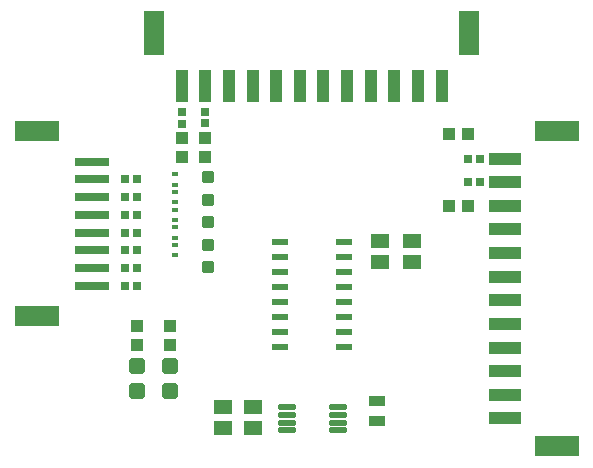
<source format=gtp>
G04*
G04 #@! TF.GenerationSoftware,Altium Limited,Altium Designer,22.2.1 (43)*
G04*
G04 Layer_Color=8421504*
%FSLAX25Y25*%
%MOIN*%
G70*
G04*
G04 #@! TF.SameCoordinates,8C13D30C-EDE4-482D-8627-422F1F93D62C*
G04*
G04*
G04 #@! TF.FilePolarity,Positive*
G04*
G01*
G75*
G04:AMPARAMS|DCode=16|XSize=55.12mil|YSize=35.43mil|CornerRadius=2.66mil|HoleSize=0mil|Usage=FLASHONLY|Rotation=180.000|XOffset=0mil|YOffset=0mil|HoleType=Round|Shape=RoundedRectangle|*
%AMROUNDEDRECTD16*
21,1,0.05512,0.03012,0,0,180.0*
21,1,0.04980,0.03543,0,0,180.0*
1,1,0.00532,-0.02490,0.01506*
1,1,0.00532,0.02490,0.01506*
1,1,0.00532,0.02490,-0.01506*
1,1,0.00532,-0.02490,-0.01506*
%
%ADD16ROUNDEDRECTD16*%
%ADD17R,0.11417X0.03150*%
%ADD18R,0.14961X0.07087*%
%ADD19R,0.05728X0.02197*%
%ADD20R,0.07087X0.14961*%
%ADD21R,0.03937X0.10630*%
%ADD22R,0.10630X0.03937*%
G04:AMPARAMS|DCode=23|XSize=43.31mil|YSize=39.37mil|CornerRadius=3.94mil|HoleSize=0mil|Usage=FLASHONLY|Rotation=0.000|XOffset=0mil|YOffset=0mil|HoleType=Round|Shape=RoundedRectangle|*
%AMROUNDEDRECTD23*
21,1,0.04331,0.03150,0,0,0.0*
21,1,0.03543,0.03937,0,0,0.0*
1,1,0.00787,0.01772,-0.01575*
1,1,0.00787,-0.01772,-0.01575*
1,1,0.00787,-0.01772,0.01575*
1,1,0.00787,0.01772,0.01575*
%
%ADD23ROUNDEDRECTD23*%
G04:AMPARAMS|DCode=24|XSize=23.62mil|YSize=27.56mil|CornerRadius=1.77mil|HoleSize=0mil|Usage=FLASHONLY|Rotation=180.000|XOffset=0mil|YOffset=0mil|HoleType=Round|Shape=RoundedRectangle|*
%AMROUNDEDRECTD24*
21,1,0.02362,0.02402,0,0,180.0*
21,1,0.02008,0.02756,0,0,180.0*
1,1,0.00354,-0.01004,0.01201*
1,1,0.00354,0.01004,0.01201*
1,1,0.00354,0.01004,-0.01201*
1,1,0.00354,-0.01004,-0.01201*
%
%ADD24ROUNDEDRECTD24*%
G04:AMPARAMS|DCode=25|XSize=23.62mil|YSize=27.56mil|CornerRadius=1.77mil|HoleSize=0mil|Usage=FLASHONLY|Rotation=270.000|XOffset=0mil|YOffset=0mil|HoleType=Round|Shape=RoundedRectangle|*
%AMROUNDEDRECTD25*
21,1,0.02362,0.02402,0,0,270.0*
21,1,0.02008,0.02756,0,0,270.0*
1,1,0.00354,-0.01201,-0.01004*
1,1,0.00354,-0.01201,0.01004*
1,1,0.00354,0.01201,0.01004*
1,1,0.00354,0.01201,-0.01004*
%
%ADD25ROUNDEDRECTD25*%
G04:AMPARAMS|DCode=26|XSize=49.21mil|YSize=62.99mil|CornerRadius=4.92mil|HoleSize=0mil|Usage=FLASHONLY|Rotation=90.000|XOffset=0mil|YOffset=0mil|HoleType=Round|Shape=RoundedRectangle|*
%AMROUNDEDRECTD26*
21,1,0.04921,0.05315,0,0,90.0*
21,1,0.03937,0.06299,0,0,90.0*
1,1,0.00984,0.02657,0.01968*
1,1,0.00984,0.02657,-0.01968*
1,1,0.00984,-0.02657,-0.01968*
1,1,0.00984,-0.02657,0.01968*
%
%ADD26ROUNDEDRECTD26*%
G04:AMPARAMS|DCode=27|XSize=43.31mil|YSize=39.37mil|CornerRadius=3.94mil|HoleSize=0mil|Usage=FLASHONLY|Rotation=270.000|XOffset=0mil|YOffset=0mil|HoleType=Round|Shape=RoundedRectangle|*
%AMROUNDEDRECTD27*
21,1,0.04331,0.03150,0,0,270.0*
21,1,0.03543,0.03937,0,0,270.0*
1,1,0.00787,-0.01575,-0.01772*
1,1,0.00787,-0.01575,0.01772*
1,1,0.00787,0.01575,0.01772*
1,1,0.00787,0.01575,-0.01772*
%
%ADD27ROUNDEDRECTD27*%
G04:AMPARAMS|DCode=28|XSize=39.37mil|YSize=39.37mil|CornerRadius=3.94mil|HoleSize=0mil|Usage=FLASHONLY|Rotation=90.000|XOffset=0mil|YOffset=0mil|HoleType=Round|Shape=RoundedRectangle|*
%AMROUNDEDRECTD28*
21,1,0.03937,0.03150,0,0,90.0*
21,1,0.03150,0.03937,0,0,90.0*
1,1,0.00787,0.01575,0.01575*
1,1,0.00787,0.01575,-0.01575*
1,1,0.00787,-0.01575,-0.01575*
1,1,0.00787,-0.01575,0.01575*
%
%ADD28ROUNDEDRECTD28*%
G04:AMPARAMS|DCode=29|XSize=51.18mil|YSize=51.18mil|CornerRadius=5.12mil|HoleSize=0mil|Usage=FLASHONLY|Rotation=270.000|XOffset=0mil|YOffset=0mil|HoleType=Round|Shape=RoundedRectangle|*
%AMROUNDEDRECTD29*
21,1,0.05118,0.04095,0,0,270.0*
21,1,0.04095,0.05118,0,0,270.0*
1,1,0.01024,-0.02047,-0.02047*
1,1,0.01024,-0.02047,0.02047*
1,1,0.01024,0.02047,0.02047*
1,1,0.01024,0.02047,-0.02047*
%
%ADD29ROUNDEDRECTD29*%
G04:AMPARAMS|DCode=30|XSize=43.31mil|YSize=39.37mil|CornerRadius=2.95mil|HoleSize=0mil|Usage=FLASHONLY|Rotation=0.000|XOffset=0mil|YOffset=0mil|HoleType=Round|Shape=RoundedRectangle|*
%AMROUNDEDRECTD30*
21,1,0.04331,0.03347,0,0,0.0*
21,1,0.03740,0.03937,0,0,0.0*
1,1,0.00591,0.01870,-0.01673*
1,1,0.00591,-0.01870,-0.01673*
1,1,0.00591,-0.01870,0.01673*
1,1,0.00591,0.01870,0.01673*
%
%ADD30ROUNDEDRECTD30*%
G04:AMPARAMS|DCode=31|XSize=57.09mil|YSize=17.72mil|CornerRadius=2.22mil|HoleSize=0mil|Usage=FLASHONLY|Rotation=0.000|XOffset=0mil|YOffset=0mil|HoleType=Round|Shape=RoundedRectangle|*
%AMROUNDEDRECTD31*
21,1,0.05709,0.01329,0,0,0.0*
21,1,0.05266,0.01772,0,0,0.0*
1,1,0.00443,0.02633,-0.00664*
1,1,0.00443,-0.02633,-0.00664*
1,1,0.00443,-0.02633,0.00664*
1,1,0.00443,0.02633,0.00664*
%
%ADD31ROUNDEDRECTD31*%
G04:AMPARAMS|DCode=32|XSize=13.78mil|YSize=17.72mil|CornerRadius=1.03mil|HoleSize=0mil|Usage=FLASHONLY|Rotation=90.000|XOffset=0mil|YOffset=0mil|HoleType=Round|Shape=RoundedRectangle|*
%AMROUNDEDRECTD32*
21,1,0.01378,0.01565,0,0,90.0*
21,1,0.01171,0.01772,0,0,90.0*
1,1,0.00207,0.00783,0.00586*
1,1,0.00207,0.00783,-0.00586*
1,1,0.00207,-0.00783,-0.00586*
1,1,0.00207,-0.00783,0.00586*
%
%ADD32ROUNDEDRECTD32*%
D16*
X412000Y294807D02*
D03*
Y288311D02*
D03*
D17*
X317000Y374716D02*
D03*
Y368811D02*
D03*
Y362906D02*
D03*
Y357000D02*
D03*
Y351095D02*
D03*
Y345189D02*
D03*
Y339283D02*
D03*
Y333378D02*
D03*
D18*
X298496Y323142D02*
D03*
Y384953D02*
D03*
X472000Y385000D02*
D03*
Y279882D02*
D03*
D19*
X400928Y348000D02*
D03*
Y343000D02*
D03*
Y338000D02*
D03*
Y333000D02*
D03*
Y328000D02*
D03*
Y323000D02*
D03*
Y318000D02*
D03*
Y313000D02*
D03*
X379500D02*
D03*
Y318000D02*
D03*
Y323000D02*
D03*
Y328000D02*
D03*
Y333000D02*
D03*
Y338000D02*
D03*
Y343000D02*
D03*
Y348000D02*
D03*
D20*
X337630Y417520D02*
D03*
X442748D02*
D03*
D21*
X346882Y400000D02*
D03*
X354756D02*
D03*
X362630D02*
D03*
X370504D02*
D03*
X378378D02*
D03*
X386252D02*
D03*
X394126D02*
D03*
X402000D02*
D03*
X409874D02*
D03*
X417748D02*
D03*
X425622D02*
D03*
X433496D02*
D03*
D22*
X454480Y375748D02*
D03*
Y367874D02*
D03*
Y360000D02*
D03*
Y352126D02*
D03*
Y344252D02*
D03*
Y336378D02*
D03*
Y328504D02*
D03*
Y320630D02*
D03*
Y312756D02*
D03*
Y304882D02*
D03*
Y297008D02*
D03*
Y289134D02*
D03*
D23*
X354756Y376350D02*
D03*
Y382650D02*
D03*
X346882Y376350D02*
D03*
Y382650D02*
D03*
D24*
X446169Y367874D02*
D03*
X442232D02*
D03*
Y375748D02*
D03*
X446169D02*
D03*
X328031Y333378D02*
D03*
X331968D02*
D03*
X328031Y339283D02*
D03*
X331968D02*
D03*
X328031Y345189D02*
D03*
X331968D02*
D03*
X328031Y362906D02*
D03*
X331968D02*
D03*
X328031Y351095D02*
D03*
X331968D02*
D03*
X328031Y357000D02*
D03*
X331968D02*
D03*
X328031Y368811D02*
D03*
X331968D02*
D03*
D25*
X346882Y387297D02*
D03*
Y391234D02*
D03*
X354756Y387500D02*
D03*
Y391437D02*
D03*
D26*
X360500Y292839D02*
D03*
Y285791D02*
D03*
X370500Y292839D02*
D03*
Y285791D02*
D03*
X423500Y341176D02*
D03*
Y348224D02*
D03*
X413000Y341176D02*
D03*
Y348224D02*
D03*
D27*
X442232Y384000D02*
D03*
X435932D02*
D03*
X442232Y360000D02*
D03*
X435932D02*
D03*
D28*
X355500Y347000D02*
D03*
Y369500D02*
D03*
Y362000D02*
D03*
Y354500D02*
D03*
Y339500D02*
D03*
D29*
X332000Y306500D02*
D03*
Y298232D02*
D03*
X343000D02*
D03*
Y306500D02*
D03*
D30*
X332000Y319799D02*
D03*
Y313500D02*
D03*
X343000Y319799D02*
D03*
Y313500D02*
D03*
D31*
X398965Y292839D02*
D03*
Y290280D02*
D03*
Y287720D02*
D03*
Y285161D02*
D03*
X382035D02*
D03*
Y287720D02*
D03*
Y290280D02*
D03*
Y292839D02*
D03*
D32*
X344500Y343466D02*
D03*
Y346911D02*
D03*
Y349372D02*
D03*
Y352817D02*
D03*
Y361183D02*
D03*
Y364628D02*
D03*
Y355278D02*
D03*
Y358722D02*
D03*
Y370533D02*
D03*
Y367089D02*
D03*
M02*

</source>
